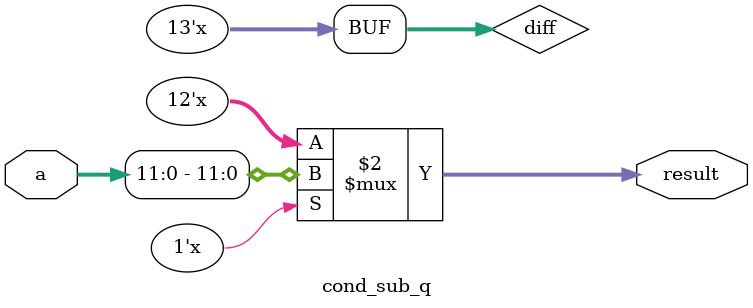
<source format=v>

module cond_sub_q (
    input  wire [12:0] a,       // [0, 6657] (2*3329 - 1)
    output wire [11:0] result   // [0, 3328]
);

`include "kyber_pkg.vh"

    wire [12:0] diff;

    assign diff   = a - {1'b0, KYBER_Q[11:0]};
    assign result = diff[12] ? a[11:0] : diff[11:0];

endmodule

</source>
